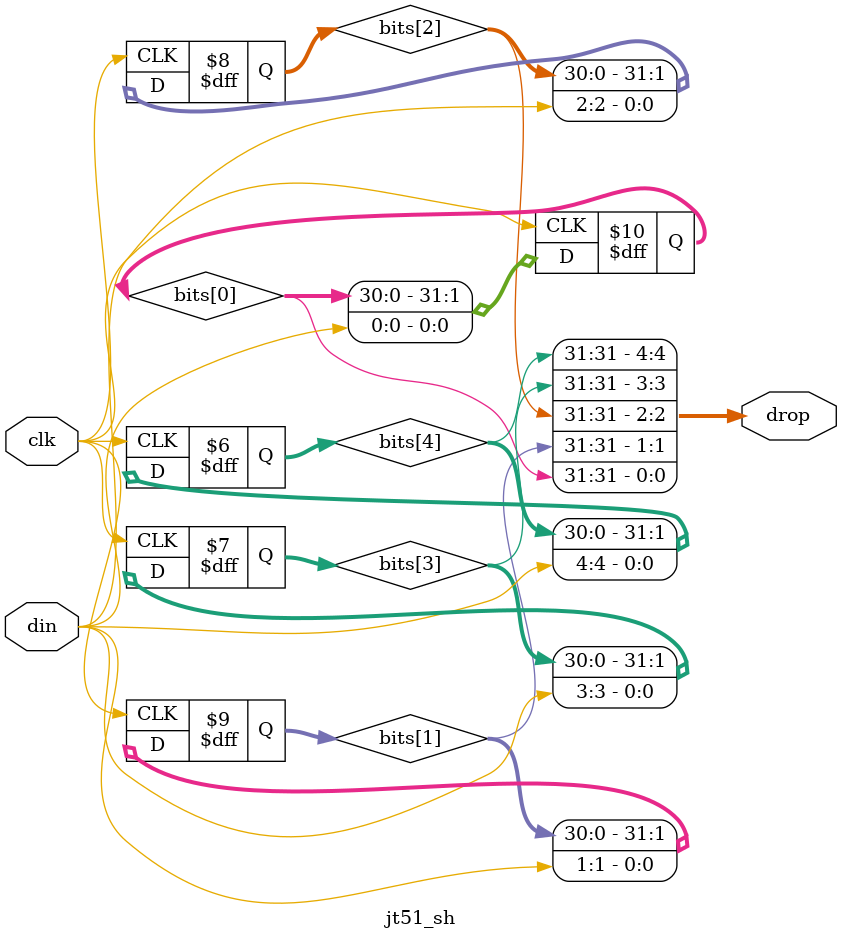
<source format=v>
/*  This file is part of JT51.

    JT51 is free software: you can redistribute it and/or modify
    it under the terms of the GNU General Public License as published by
    the Free Software Foundation, either version 3 of the License, or
    (at your option) any later version.

    JT51 is distributed in the hope that it will be useful,
    but WITHOUT ANY WARRANTY; without even the implied warranty of
    MERCHANTABILITY or FITNESS FOR A PARTICULAR PURPOSE.  See the
    GNU General Public License for more details.

    You should have received a copy of the GNU General Public License
    along with JT51.  If not, see <http://www.gnu.org/licenses/>.
	
	Author: Jose Tejada Gomez. Twitter: @topapate
	Version: 1.0
	Date: 27-10-2016
	*/

//`timescale 1ns / 1ps

module jt51_sh #(parameter width=5, stages=32 )
(
	input 							clk,
	input		[width-1:0]			din,
   	output		[width-1:0]			drop
);

reg [stages-1:0] bits[width-1:0];

genvar i;
generate
	for (i=0; i < width; i=i+1) begin: bit_shifter
		always @(posedge clk)
			bits[i] <= {bits[i][stages-2:0], din[i]};
		assign drop[i] = bits[i][stages-1];
	end
endgenerate

endmodule

</source>
